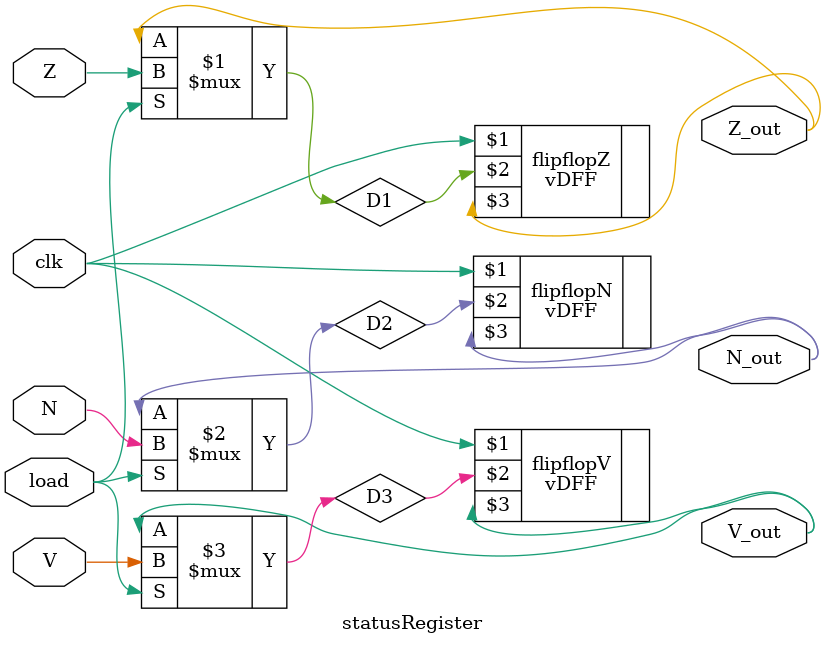
<source format=sv>
/* Now that all three main datapath modules are trusted to work, instantiate them in your datapath and
   add the remaining building blocks. Instantiate each of the three units (Register file 1 , ALU 2 and
   Shifter 8 ) inside datapath.sv. Note that the autograder will assume your register file has the instance
   label REGFILE (in all caps) and that the input and outputs are consistent with the way they are referenced
   in lab5_top.sv and lab5_autograder_check.sv provided in the starter repo.

   Note the autograder and lab5_top.sv require that asel, bsel and vsel are binary select inputs. Next, add 
   in the remaining logic blocks (3, 4, 5, 6, 7, 9, 10) to your datapath module using synthesizable Verilog
   that conforms to the style guidelines. Use no fewer than one always block or assign statement per hardware
   block in Figure 1. Register A, B, and C will each require an instantiated flip flop module and an assign 
   statement for the enable input in order to conform to the style guidelines. */ 

// begin top-level module!
module datapath (mdata, sximm8, sximm5, PC, clk, vsel, asel, bsel, writenum, write, readnumA, readnumB, loada, loadb, loadc, loads, shift, ALUop, Z_out, N_out, V_out, data_out, datapath_out);

    // input and output declerations for the RISC machine (may need to alter some to reg later on) 
    input [15:0] mdata, sximm8, sximm5;
    input [7:0] PC;
    input [1:0] ALUop, shift; 
    input clk, write, loada, loadb, loadc, loads, asel, bsel; // vsel, asel, bsel must be binary select 
    input [1:0] vsel;
    input [2:0] writenum, readnumA, readnumB;
    output Z_out, N_out, V_out; 
    output [15:0] datapath_out, data_out; // data_out is the output from regfile signal for readnumA, while datapath_out is the output from the whole datapath  

    // wire declerations in the RISC machine (may need to alter some to reg later on)
    wire [15:0] data_in;                    // input from REGFILE - goes into pipeline registers a and b
    wire [15:0] data_outA, data_outB;       // outputs from regfile
    wire [15:0] regAOut, regBOut;           // outputs from pipeline registers
    wire [15:0] sout;                       // output from the shifter unit
    wire [15:0] Ain, Bin;                   // outputs from the operand multiplexers - goes into ALU
    wire [15:0] ALUout;                     // output from the ALU
    wire Z, N, V;                           // output status flags from ALU

    assign data_out = data_outA;
    
    //********************************************//
    // Module instantiation guide:
    //********************************************//
    // module regfile(data_in,writenum,write,readnum,clk,data_out);
    // module alu(Ain, Bin, ALUop, Z, out);
    // module register(load, data_in, clk, out);
    // module writeBackMUX(mdata, sximm8, PC, C, vsel, data_in);
    // module sourceOperandMUX_A(RA_out, asel, Ain);
    // module sourceOperandMUX_B(sximm5, sout, bsel, Bin);
    // module shifter(sin, shift_select, sout);
    
    //instantiate the register file, ALU, and shifter unit
    /* 1 */ regfile REGFILE(data_in,writenum,write,readnumA,readnumB,clk,data_outA,data_outB);
    /* 8 */ shifter SHIFTER(regBOut, shift, sout);
    /* 6 */ sourceOperandMUX_A SOURCE_A(regAOut, asel, Ain);
    /* 7 */ sourceOperandMUX_B SOURCE_B(sximm5, sout, bsel, Bin);
    /* 2 */ ALU ALU(Ain, Bin, ALUop, ALUout, Z, N, V);
            register PIPELINE_A(loada, data_outA, clk, regAOut);
            register PIPELINE_B(loadb, data_outB, clk, regBOut);
    /* 5 */ register PIPELINE_C(loadc, ALUout, clk, datapath_out);
    /* 10*/ statusRegister STATUS_REGISTER(loads, Z, N, V, clk, Z_out, N_out, V_out); 
    /* 9 */ writeBackMUX WRITEBACK(mdata, sximm8, PC, datapath_out, vsel, data_in);
    
    //note that the Z,N,V outputs from the status register are sandwhiched together as a single 3 bit value

endmodule

// begin additional modules

//datapath_in/out is the I/O of the entire module
//vsel is a select
//data_in is the input into regfile
module writeBackMUX(mdata, sximm8, PC, datapath_out, vsel, data_in);
  input [15:0] mdata, sximm8, datapath_out;
  input [7:0] PC;
  input [1:0] vsel;
  output reg [15:0] data_in;

  always_comb begin
    case (vsel)
      2'b00 : data_in = mdata;
      2'b01 : data_in = sximm8;
      2'b10 : data_in = {8'b0, PC};
      2'b11 : data_in = datapath_out;
      default : data_in = 8'bxxxxxxxx;
    endcase
  end
endmodule

//RA_out is the output from Pipeline Register A
//asel is a select
module sourceOperandMUX_A(RA_out, asel, Ain);
  input [15:0] RA_out;
  input asel;
  output [15:0] Ain;

  assign Ain = (asel ? 16'd0 : RA_out);
endmodule

//sout is the output from the Shifter
module sourceOperandMUX_B(sximm5, sout, bsel, Bin);
  input [15:0] sximm5, sout;
  input bsel;
  output [15:0] Bin;

  assign Bin = (bsel ? sximm5 : sout);
endmodule

module statusRegister(load, Z, N, V, clk, Z_out, N_out, V_out);

    input load;
    input Z, N, V;
    input clk;
    output reg Z_out,N_out,V_out;

    wire D1;
    wire D2;
    wire D3;

    assign D1 = (load ? Z : Z_out);
    assign D2 = (load ? N : N_out);
    assign D3 = (load ? V : V_out);

    vDFF #(1) flipflopZ(clk, D1, Z_out);
    vDFF #(1) flipflopN(clk, D2, N_out);
    vDFF #(1) flipflopV(clk, D3, V_out);

endmodule 

//including vDFF for the purpose of initial testbench of datapath - remove when testing with lab7_top.sv
/*
module vDFF(clk,D,Q);

    parameter n=1;
    input clk;
    input [n-1:0] D;
    output [n-1:0] Q;
    reg [n-1:0] Q;

    always @(posedge clk)
      Q <= D;
      
endmodule
*/

</source>
